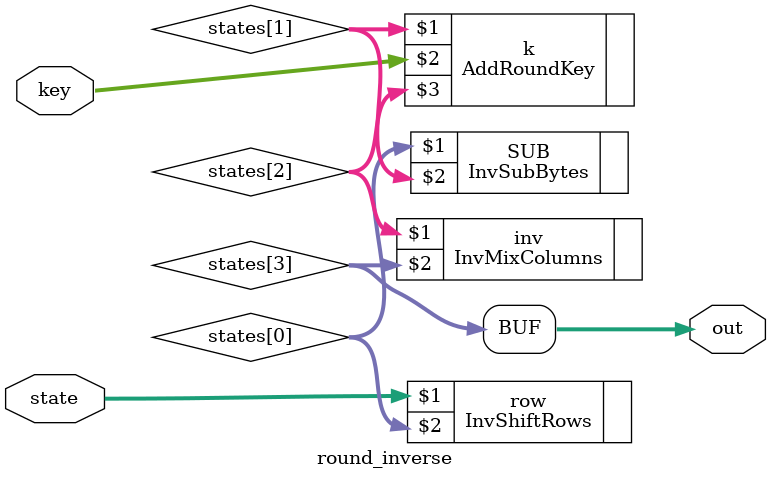
<source format=v>
module round_inverse(input [127:0]state,input [127:0]key,output wire [127:0]out);
wire[127:0]states[3:0];
InvShiftRows row(state, states[0]);
InvSubBytes SUB(states[0], states[1]);
AddRoundKey k(states[1],key,states[2]);
InvMixColumns inv(states[2],states[3]);
assign out=states[3];

endmodule
</source>
